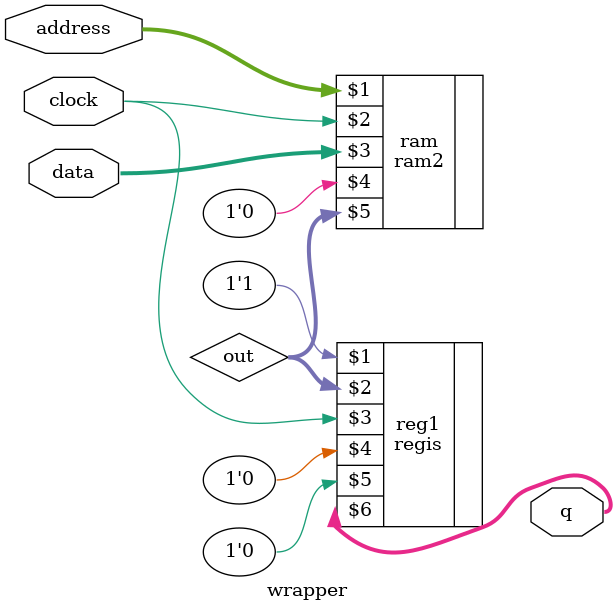
<source format=v>
module wrapper(
	address,
	clock,
	data,
	q);
	
	input	[4:0]  address;
	input	  clock;
	input	[3:0]  data;
	//input	  wren;
	output	[3:0]  q;
	
	wire [3:0] out;
	
	
	ram2 ram(address,clock,data,1'b0,out);
	regis reg1(1'b1, out, clock, 1'b0, 1'b0, q);
	
	endmodule
	
</source>
